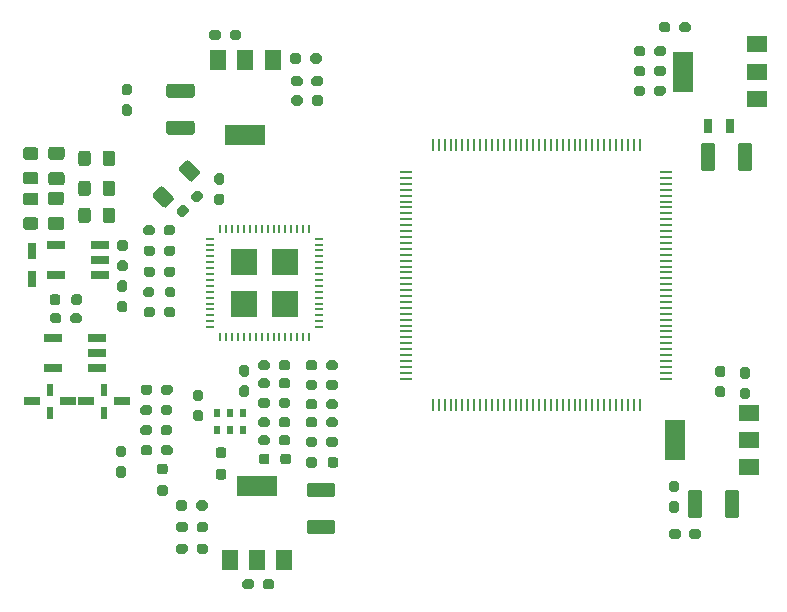
<source format=gtp>
%TF.GenerationSoftware,KiCad,Pcbnew,(5.1.8)-1*%
%TF.CreationDate,2021-04-21T20:08:09+02:00*%
%TF.ProjectId,Radioberry,52616469-6f62-4657-9272-792e6b696361,rev?*%
%TF.SameCoordinates,Original*%
%TF.FileFunction,Paste,Top*%
%TF.FilePolarity,Positive*%
%FSLAX46Y46*%
G04 Gerber Fmt 4.6, Leading zero omitted, Abs format (unit mm)*
G04 Created by KiCad (PCBNEW (5.1.8)-1) date 2021-04-21 20:08:09*
%MOMM*%
%LPD*%
G01*
G04 APERTURE LIST*
%ADD10R,0.800100X1.257300*%
%ADD11R,1.485900X0.800100*%
%ADD12R,0.571500X0.800100*%
%ADD13R,1.371600X0.800100*%
%ADD14R,0.571500X1.028700*%
%ADD15R,0.720000X1.350000*%
%ADD16O,1.080000X0.252000*%
%ADD17O,0.252000X1.080000*%
%ADD18R,2.250000X2.250000*%
%ADD19R,0.720000X0.225000*%
%ADD20R,0.225000X0.720000*%
%ADD21R,1.800000X1.350000*%
%ADD22R,1.800000X3.420000*%
%ADD23R,1.350000X1.800000*%
%ADD24R,3.420000X1.800000*%
G04 APERTURE END LIST*
D10*
%TO.C,R201*%
X151052500Y-86400000D03*
X149147500Y-86400000D03*
%TD*%
D11*
%TO.C,T401*%
X93751400Y-104394000D03*
X93751400Y-106934000D03*
X97409000Y-106934000D03*
X97409000Y-105664000D03*
X97409000Y-104394000D03*
%TD*%
D12*
%TO.C,X400*%
X107619800Y-112191800D03*
X108710600Y-112191800D03*
X109804200Y-112191800D03*
X109804200Y-110693200D03*
X108710600Y-110693200D03*
X107619800Y-110693200D03*
%TD*%
D11*
%TO.C,T402*%
X94005400Y-96520000D03*
X94005400Y-99060000D03*
X97663000Y-99060000D03*
X97663000Y-97790000D03*
X97663000Y-96520000D03*
%TD*%
%TO.C,C419*%
G36*
G01*
X113785250Y-111292250D02*
X113785250Y-111719750D01*
G75*
G02*
X113571500Y-111933500I-213750J0D01*
G01*
X113031500Y-111933500D01*
G75*
G02*
X112817750Y-111719750I0J213750D01*
G01*
X112817750Y-111292250D01*
G75*
G02*
X113031500Y-111078500I213750J0D01*
G01*
X113571500Y-111078500D01*
G75*
G02*
X113785250Y-111292250I0J-213750D01*
G01*
G37*
G36*
G01*
X112060250Y-111292250D02*
X112060250Y-111719750D01*
G75*
G02*
X111846500Y-111933500I-213750J0D01*
G01*
X111306500Y-111933500D01*
G75*
G02*
X111092750Y-111719750I0J213750D01*
G01*
X111092750Y-111292250D01*
G75*
G02*
X111306500Y-111078500I213750J0D01*
G01*
X111846500Y-111078500D01*
G75*
G02*
X112060250Y-111292250I0J-213750D01*
G01*
G37*
%TD*%
%TO.C,L402*%
G36*
G01*
X93506544Y-94094300D02*
X94402656Y-94094300D01*
G75*
G02*
X94640400Y-94332044I0J-237744D01*
G01*
X94640400Y-94999556D01*
G75*
G02*
X94402656Y-95237300I-237744J0D01*
G01*
X93506544Y-95237300D01*
G75*
G02*
X93268800Y-94999556I0J237744D01*
G01*
X93268800Y-94332044D01*
G75*
G02*
X93506544Y-94094300I237744J0D01*
G01*
G37*
G36*
G01*
X93506544Y-91960700D02*
X94402656Y-91960700D01*
G75*
G02*
X94640400Y-92198444I0J-237744D01*
G01*
X94640400Y-92865956D01*
G75*
G02*
X94402656Y-93103700I-237744J0D01*
G01*
X93506544Y-93103700D01*
G75*
G02*
X93268800Y-92865956I0J237744D01*
G01*
X93268800Y-92198444D01*
G75*
G02*
X93506544Y-91960700I237744J0D01*
G01*
G37*
%TD*%
%TO.C,L401*%
G36*
G01*
X93551944Y-90295300D02*
X94448056Y-90295300D01*
G75*
G02*
X94685800Y-90533044I0J-237744D01*
G01*
X94685800Y-91200556D01*
G75*
G02*
X94448056Y-91438300I-237744J0D01*
G01*
X93551944Y-91438300D01*
G75*
G02*
X93314200Y-91200556I0J237744D01*
G01*
X93314200Y-90533044D01*
G75*
G02*
X93551944Y-90295300I237744J0D01*
G01*
G37*
G36*
G01*
X93551944Y-88161700D02*
X94448056Y-88161700D01*
G75*
G02*
X94685800Y-88399444I0J-237744D01*
G01*
X94685800Y-89066956D01*
G75*
G02*
X94448056Y-89304700I-237744J0D01*
G01*
X93551944Y-89304700D01*
G75*
G02*
X93314200Y-89066956I0J237744D01*
G01*
X93314200Y-88399444D01*
G75*
G02*
X93551944Y-88161700I237744J0D01*
G01*
G37*
%TD*%
%TO.C,FB406*%
G36*
G01*
X107699600Y-115450200D02*
X108149600Y-115450200D01*
G75*
G02*
X108374600Y-115675200I0J-225000D01*
G01*
X108374600Y-116125200D01*
G75*
G02*
X108149600Y-116350200I-225000J0D01*
G01*
X107699600Y-116350200D01*
G75*
G02*
X107474600Y-116125200I0J225000D01*
G01*
X107474600Y-115675200D01*
G75*
G02*
X107699600Y-115450200I225000J0D01*
G01*
G37*
G36*
G01*
X107699600Y-113625200D02*
X108149600Y-113625200D01*
G75*
G02*
X108374600Y-113850200I0J-225000D01*
G01*
X108374600Y-114300200D01*
G75*
G02*
X108149600Y-114525200I-225000J0D01*
G01*
X107699600Y-114525200D01*
G75*
G02*
X107474600Y-114300200I0J225000D01*
G01*
X107474600Y-113850200D01*
G75*
G02*
X107699600Y-113625200I225000J0D01*
G01*
G37*
%TD*%
%TO.C,FB405*%
G36*
G01*
X102746600Y-116818000D02*
X103196600Y-116818000D01*
G75*
G02*
X103421600Y-117043000I0J-225000D01*
G01*
X103421600Y-117493000D01*
G75*
G02*
X103196600Y-117718000I-225000J0D01*
G01*
X102746600Y-117718000D01*
G75*
G02*
X102521600Y-117493000I0J225000D01*
G01*
X102521600Y-117043000D01*
G75*
G02*
X102746600Y-116818000I225000J0D01*
G01*
G37*
G36*
G01*
X102746600Y-114993000D02*
X103196600Y-114993000D01*
G75*
G02*
X103421600Y-115218000I0J-225000D01*
G01*
X103421600Y-115668000D01*
G75*
G02*
X103196600Y-115893000I-225000J0D01*
G01*
X102746600Y-115893000D01*
G75*
G02*
X102521600Y-115668000I0J225000D01*
G01*
X102521600Y-115218000D01*
G75*
G02*
X102746600Y-114993000I225000J0D01*
G01*
G37*
%TD*%
%TO.C,FB404*%
G36*
G01*
X112037500Y-114375000D02*
X112037500Y-114825000D01*
G75*
G02*
X111812500Y-115050000I-225000J0D01*
G01*
X111362500Y-115050000D01*
G75*
G02*
X111137500Y-114825000I0J225000D01*
G01*
X111137500Y-114375000D01*
G75*
G02*
X111362500Y-114150000I225000J0D01*
G01*
X111812500Y-114150000D01*
G75*
G02*
X112037500Y-114375000I0J-225000D01*
G01*
G37*
G36*
G01*
X113862500Y-114375000D02*
X113862500Y-114825000D01*
G75*
G02*
X113637500Y-115050000I-225000J0D01*
G01*
X113187500Y-115050000D01*
G75*
G02*
X112962500Y-114825000I0J225000D01*
G01*
X112962500Y-114375000D01*
G75*
G02*
X113187500Y-114150000I225000J0D01*
G01*
X113637500Y-114150000D01*
G75*
G02*
X113862500Y-114375000I0J-225000D01*
G01*
G37*
%TD*%
%TO.C,FB402*%
G36*
G01*
X116962500Y-115125000D02*
X116962500Y-114675000D01*
G75*
G02*
X117187500Y-114450000I225000J0D01*
G01*
X117637500Y-114450000D01*
G75*
G02*
X117862500Y-114675000I0J-225000D01*
G01*
X117862500Y-115125000D01*
G75*
G02*
X117637500Y-115350000I-225000J0D01*
G01*
X117187500Y-115350000D01*
G75*
G02*
X116962500Y-115125000I0J225000D01*
G01*
G37*
G36*
G01*
X115137500Y-115125000D02*
X115137500Y-114675000D01*
G75*
G02*
X115362500Y-114450000I225000J0D01*
G01*
X115812500Y-114450000D01*
G75*
G02*
X116037500Y-114675000I0J-225000D01*
G01*
X116037500Y-115125000D01*
G75*
G02*
X115812500Y-115350000I-225000J0D01*
G01*
X115362500Y-115350000D01*
G75*
G02*
X115137500Y-115125000I0J225000D01*
G01*
G37*
%TD*%
%TO.C,FB401*%
G36*
G01*
X95257200Y-101342400D02*
X95257200Y-100892400D01*
G75*
G02*
X95482200Y-100667400I225000J0D01*
G01*
X95932200Y-100667400D01*
G75*
G02*
X96157200Y-100892400I0J-225000D01*
G01*
X96157200Y-101342400D01*
G75*
G02*
X95932200Y-101567400I-225000J0D01*
G01*
X95482200Y-101567400D01*
G75*
G02*
X95257200Y-101342400I0J225000D01*
G01*
G37*
G36*
G01*
X93432200Y-101342400D02*
X93432200Y-100892400D01*
G75*
G02*
X93657200Y-100667400I225000J0D01*
G01*
X94107200Y-100667400D01*
G75*
G02*
X94332200Y-100892400I0J-225000D01*
G01*
X94332200Y-101342400D01*
G75*
G02*
X94107200Y-101567400I-225000J0D01*
G01*
X93657200Y-101567400D01*
G75*
G02*
X93432200Y-101342400I0J225000D01*
G01*
G37*
%TD*%
D13*
%TO.C,F402*%
X94970600Y-109728000D03*
D14*
X93446662Y-108762800D03*
X93446662Y-110693200D03*
D13*
X91922600Y-109728000D03*
%TD*%
%TO.C,F401*%
X99568000Y-109728000D03*
D14*
X98044062Y-108762800D03*
X98044062Y-110693200D03*
D13*
X96520000Y-109728000D03*
%TD*%
D15*
%TO.C,D401*%
X91892120Y-97012760D03*
X91892120Y-99374960D03*
%TD*%
%TO.C,C408*%
G36*
G01*
X105249646Y-91056072D02*
X104422328Y-90228754D01*
G75*
G02*
X104422328Y-89910558I159098J159098D01*
G01*
X104947358Y-89385528D01*
G75*
G02*
X105265554Y-89385528I159098J-159098D01*
G01*
X106092872Y-90212846D01*
G75*
G02*
X106092872Y-90531042I-159098J-159098D01*
G01*
X105567842Y-91056072D01*
G75*
G02*
X105249646Y-91056072I-159098J159098D01*
G01*
G37*
G36*
G01*
X103039938Y-93265780D02*
X102212620Y-92438462D01*
G75*
G02*
X102212620Y-92120266I159098J159098D01*
G01*
X102737650Y-91595236D01*
G75*
G02*
X103055846Y-91595236I159098J-159098D01*
G01*
X103883164Y-92422554D01*
G75*
G02*
X103883164Y-92740750I-159098J-159098D01*
G01*
X103358134Y-93265780D01*
G75*
G02*
X103039938Y-93265780I-159098J159098D01*
G01*
G37*
%TD*%
%TO.C,C407*%
G36*
G01*
X95842750Y-94407500D02*
X95842750Y-93552500D01*
G75*
G02*
X96067750Y-93327500I225000J0D01*
G01*
X96675250Y-93327500D01*
G75*
G02*
X96900250Y-93552500I0J-225000D01*
G01*
X96900250Y-94407500D01*
G75*
G02*
X96675250Y-94632500I-225000J0D01*
G01*
X96067750Y-94632500D01*
G75*
G02*
X95842750Y-94407500I0J225000D01*
G01*
G37*
G36*
G01*
X97917750Y-94407500D02*
X97917750Y-93552500D01*
G75*
G02*
X98142750Y-93327500I225000J0D01*
G01*
X98750250Y-93327500D01*
G75*
G02*
X98975250Y-93552500I0J-225000D01*
G01*
X98975250Y-94407500D01*
G75*
G02*
X98750250Y-94632500I-225000J0D01*
G01*
X98142750Y-94632500D01*
G75*
G02*
X97917750Y-94407500I0J225000D01*
G01*
G37*
%TD*%
%TO.C,C406*%
G36*
G01*
X92248500Y-95194550D02*
X91393500Y-95194550D01*
G75*
G02*
X91168500Y-94969550I0J225000D01*
G01*
X91168500Y-94362050D01*
G75*
G02*
X91393500Y-94137050I225000J0D01*
G01*
X92248500Y-94137050D01*
G75*
G02*
X92473500Y-94362050I0J-225000D01*
G01*
X92473500Y-94969550D01*
G75*
G02*
X92248500Y-95194550I-225000J0D01*
G01*
G37*
G36*
G01*
X92248500Y-93119550D02*
X91393500Y-93119550D01*
G75*
G02*
X91168500Y-92894550I0J225000D01*
G01*
X91168500Y-92287050D01*
G75*
G02*
X91393500Y-92062050I225000J0D01*
G01*
X92248500Y-92062050D01*
G75*
G02*
X92473500Y-92287050I0J-225000D01*
G01*
X92473500Y-92894550D01*
G75*
G02*
X92248500Y-93119550I-225000J0D01*
G01*
G37*
%TD*%
%TO.C,C405*%
G36*
G01*
X95842750Y-92121500D02*
X95842750Y-91266500D01*
G75*
G02*
X96067750Y-91041500I225000J0D01*
G01*
X96675250Y-91041500D01*
G75*
G02*
X96900250Y-91266500I0J-225000D01*
G01*
X96900250Y-92121500D01*
G75*
G02*
X96675250Y-92346500I-225000J0D01*
G01*
X96067750Y-92346500D01*
G75*
G02*
X95842750Y-92121500I0J225000D01*
G01*
G37*
G36*
G01*
X97917750Y-92121500D02*
X97917750Y-91266500D01*
G75*
G02*
X98142750Y-91041500I225000J0D01*
G01*
X98750250Y-91041500D01*
G75*
G02*
X98975250Y-91266500I0J-225000D01*
G01*
X98975250Y-92121500D01*
G75*
G02*
X98750250Y-92346500I-225000J0D01*
G01*
X98142750Y-92346500D01*
G75*
G02*
X97917750Y-92121500I0J225000D01*
G01*
G37*
%TD*%
%TO.C,C404*%
G36*
G01*
X92248500Y-91355250D02*
X91393500Y-91355250D01*
G75*
G02*
X91168500Y-91130250I0J225000D01*
G01*
X91168500Y-90522750D01*
G75*
G02*
X91393500Y-90297750I225000J0D01*
G01*
X92248500Y-90297750D01*
G75*
G02*
X92473500Y-90522750I0J-225000D01*
G01*
X92473500Y-91130250D01*
G75*
G02*
X92248500Y-91355250I-225000J0D01*
G01*
G37*
G36*
G01*
X92248500Y-89280250D02*
X91393500Y-89280250D01*
G75*
G02*
X91168500Y-89055250I0J225000D01*
G01*
X91168500Y-88447750D01*
G75*
G02*
X91393500Y-88222750I225000J0D01*
G01*
X92248500Y-88222750D01*
G75*
G02*
X92473500Y-88447750I0J-225000D01*
G01*
X92473500Y-89055250D01*
G75*
G02*
X92248500Y-89280250I-225000J0D01*
G01*
G37*
%TD*%
%TO.C,C403*%
G36*
G01*
X95842750Y-89581500D02*
X95842750Y-88726500D01*
G75*
G02*
X96067750Y-88501500I225000J0D01*
G01*
X96675250Y-88501500D01*
G75*
G02*
X96900250Y-88726500I0J-225000D01*
G01*
X96900250Y-89581500D01*
G75*
G02*
X96675250Y-89806500I-225000J0D01*
G01*
X96067750Y-89806500D01*
G75*
G02*
X95842750Y-89581500I0J225000D01*
G01*
G37*
G36*
G01*
X97917750Y-89581500D02*
X97917750Y-88726500D01*
G75*
G02*
X98142750Y-88501500I225000J0D01*
G01*
X98750250Y-88501500D01*
G75*
G02*
X98975250Y-88726500I0J-225000D01*
G01*
X98975250Y-89581500D01*
G75*
G02*
X98750250Y-89806500I-225000J0D01*
G01*
X98142750Y-89806500D01*
G75*
G02*
X97917750Y-89581500I0J225000D01*
G01*
G37*
%TD*%
%TO.C,C220*%
G36*
G01*
X151702150Y-90017002D02*
X151702150Y-88036998D01*
G75*
G02*
X151927148Y-87812000I224998J0D01*
G01*
X152669652Y-87812000D01*
G75*
G02*
X152894650Y-88036998I0J-224998D01*
G01*
X152894650Y-90017002D01*
G75*
G02*
X152669652Y-90242000I-224998J0D01*
G01*
X151927148Y-90242000D01*
G75*
G02*
X151702150Y-90017002I0J224998D01*
G01*
G37*
G36*
G01*
X148577150Y-90017002D02*
X148577150Y-88036998D01*
G75*
G02*
X148802148Y-87812000I224998J0D01*
G01*
X149544652Y-87812000D01*
G75*
G02*
X149769650Y-88036998I0J-224998D01*
G01*
X149769650Y-90017002D01*
G75*
G02*
X149544652Y-90242000I-224998J0D01*
G01*
X148802148Y-90242000D01*
G75*
G02*
X148577150Y-90017002I0J224998D01*
G01*
G37*
%TD*%
%TO.C,C215*%
G36*
G01*
X105490002Y-84033750D02*
X103509998Y-84033750D01*
G75*
G02*
X103285000Y-83808752I0J224998D01*
G01*
X103285000Y-83066248D01*
G75*
G02*
X103509998Y-82841250I224998J0D01*
G01*
X105490002Y-82841250D01*
G75*
G02*
X105715000Y-83066248I0J-224998D01*
G01*
X105715000Y-83808752D01*
G75*
G02*
X105490002Y-84033750I-224998J0D01*
G01*
G37*
G36*
G01*
X105490002Y-87158750D02*
X103509998Y-87158750D01*
G75*
G02*
X103285000Y-86933752I0J224998D01*
G01*
X103285000Y-86191248D01*
G75*
G02*
X103509998Y-85966250I224998J0D01*
G01*
X105490002Y-85966250D01*
G75*
G02*
X105715000Y-86191248I0J-224998D01*
G01*
X105715000Y-86933752D01*
G75*
G02*
X105490002Y-87158750I-224998J0D01*
G01*
G37*
%TD*%
%TO.C,C214*%
G36*
G01*
X115409998Y-119766250D02*
X117390002Y-119766250D01*
G75*
G02*
X117615000Y-119991248I0J-224998D01*
G01*
X117615000Y-120733752D01*
G75*
G02*
X117390002Y-120958750I-224998J0D01*
G01*
X115409998Y-120958750D01*
G75*
G02*
X115185000Y-120733752I0J224998D01*
G01*
X115185000Y-119991248D01*
G75*
G02*
X115409998Y-119766250I224998J0D01*
G01*
G37*
G36*
G01*
X115409998Y-116641250D02*
X117390002Y-116641250D01*
G75*
G02*
X117615000Y-116866248I0J-224998D01*
G01*
X117615000Y-117608752D01*
G75*
G02*
X117390002Y-117833750I-224998J0D01*
G01*
X115409998Y-117833750D01*
G75*
G02*
X115185000Y-117608752I0J224998D01*
G01*
X115185000Y-116866248D01*
G75*
G02*
X115409998Y-116641250I224998J0D01*
G01*
G37*
%TD*%
%TO.C,C213*%
G36*
G01*
X150597650Y-119404802D02*
X150597650Y-117424798D01*
G75*
G02*
X150822648Y-117199800I224998J0D01*
G01*
X151565152Y-117199800D01*
G75*
G02*
X151790150Y-117424798I0J-224998D01*
G01*
X151790150Y-119404802D01*
G75*
G02*
X151565152Y-119629800I-224998J0D01*
G01*
X150822648Y-119629800D01*
G75*
G02*
X150597650Y-119404802I0J224998D01*
G01*
G37*
G36*
G01*
X147472650Y-119404802D02*
X147472650Y-117424798D01*
G75*
G02*
X147697648Y-117199800I224998J0D01*
G01*
X148440152Y-117199800D01*
G75*
G02*
X148665150Y-117424798I0J-224998D01*
G01*
X148665150Y-119404802D01*
G75*
G02*
X148440152Y-119629800I-224998J0D01*
G01*
X147697648Y-119629800D01*
G75*
G02*
X147472650Y-119404802I0J224998D01*
G01*
G37*
%TD*%
%TO.C,C217*%
G36*
G01*
X145593950Y-79872450D02*
X145593950Y-80299950D01*
G75*
G02*
X145380200Y-80513700I-213750J0D01*
G01*
X144840200Y-80513700D01*
G75*
G02*
X144626450Y-80299950I0J213750D01*
G01*
X144626450Y-79872450D01*
G75*
G02*
X144840200Y-79658700I213750J0D01*
G01*
X145380200Y-79658700D01*
G75*
G02*
X145593950Y-79872450I0J-213750D01*
G01*
G37*
G36*
G01*
X143868950Y-79872450D02*
X143868950Y-80299950D01*
G75*
G02*
X143655200Y-80513700I-213750J0D01*
G01*
X143115200Y-80513700D01*
G75*
G02*
X142901450Y-80299950I0J213750D01*
G01*
X142901450Y-79872450D01*
G75*
G02*
X143115200Y-79658700I213750J0D01*
G01*
X143655200Y-79658700D01*
G75*
G02*
X143868950Y-79872450I0J-213750D01*
G01*
G37*
%TD*%
%TO.C,C211*%
G36*
G01*
X104138850Y-122413150D02*
X104138850Y-121985650D01*
G75*
G02*
X104352600Y-121771900I213750J0D01*
G01*
X104892600Y-121771900D01*
G75*
G02*
X105106350Y-121985650I0J-213750D01*
G01*
X105106350Y-122413150D01*
G75*
G02*
X104892600Y-122626900I-213750J0D01*
G01*
X104352600Y-122626900D01*
G75*
G02*
X104138850Y-122413150I0J213750D01*
G01*
G37*
G36*
G01*
X105863850Y-122413150D02*
X105863850Y-121985650D01*
G75*
G02*
X106077600Y-121771900I213750J0D01*
G01*
X106617600Y-121771900D01*
G75*
G02*
X106831350Y-121985650I0J-213750D01*
G01*
X106831350Y-122413150D01*
G75*
G02*
X106617600Y-122626900I-213750J0D01*
G01*
X106077600Y-122626900D01*
G75*
G02*
X105863850Y-122413150I0J213750D01*
G01*
G37*
%TD*%
%TO.C,R403*%
G36*
G01*
X104070750Y-100268650D02*
X104070750Y-100696150D01*
G75*
G02*
X103857000Y-100909900I-213750J0D01*
G01*
X103407000Y-100909900D01*
G75*
G02*
X103193250Y-100696150I0J213750D01*
G01*
X103193250Y-100268650D01*
G75*
G02*
X103407000Y-100054900I213750J0D01*
G01*
X103857000Y-100054900D01*
G75*
G02*
X104070750Y-100268650I0J-213750D01*
G01*
G37*
G36*
G01*
X102245750Y-100268650D02*
X102245750Y-100696150D01*
G75*
G02*
X102032000Y-100909900I-213750J0D01*
G01*
X101582000Y-100909900D01*
G75*
G02*
X101368250Y-100696150I0J213750D01*
G01*
X101368250Y-100268650D01*
G75*
G02*
X101582000Y-100054900I213750J0D01*
G01*
X102032000Y-100054900D01*
G75*
G02*
X102245750Y-100268650I0J-213750D01*
G01*
G37*
%TD*%
%TO.C,C438*%
G36*
G01*
X109686250Y-106653750D02*
X110113750Y-106653750D01*
G75*
G02*
X110327500Y-106867500I0J-213750D01*
G01*
X110327500Y-107407500D01*
G75*
G02*
X110113750Y-107621250I-213750J0D01*
G01*
X109686250Y-107621250D01*
G75*
G02*
X109472500Y-107407500I0J213750D01*
G01*
X109472500Y-106867500D01*
G75*
G02*
X109686250Y-106653750I213750J0D01*
G01*
G37*
G36*
G01*
X109686250Y-108378750D02*
X110113750Y-108378750D01*
G75*
G02*
X110327500Y-108592500I0J-213750D01*
G01*
X110327500Y-109132500D01*
G75*
G02*
X110113750Y-109346250I-213750J0D01*
G01*
X109686250Y-109346250D01*
G75*
G02*
X109472500Y-109132500I0J213750D01*
G01*
X109472500Y-108592500D01*
G75*
G02*
X109686250Y-108378750I213750J0D01*
G01*
G37*
%TD*%
%TO.C,C437*%
G36*
G01*
X105780450Y-108737350D02*
X106207950Y-108737350D01*
G75*
G02*
X106421700Y-108951100I0J-213750D01*
G01*
X106421700Y-109491100D01*
G75*
G02*
X106207950Y-109704850I-213750J0D01*
G01*
X105780450Y-109704850D01*
G75*
G02*
X105566700Y-109491100I0J213750D01*
G01*
X105566700Y-108951100D01*
G75*
G02*
X105780450Y-108737350I213750J0D01*
G01*
G37*
G36*
G01*
X105780450Y-110462350D02*
X106207950Y-110462350D01*
G75*
G02*
X106421700Y-110676100I0J-213750D01*
G01*
X106421700Y-111216100D01*
G75*
G02*
X106207950Y-111429850I-213750J0D01*
G01*
X105780450Y-111429850D01*
G75*
G02*
X105566700Y-111216100I0J213750D01*
G01*
X105566700Y-110676100D01*
G75*
G02*
X105780450Y-110462350I213750J0D01*
G01*
G37*
%TD*%
%TO.C,C436*%
G36*
G01*
X103834150Y-113654450D02*
X103834150Y-114081950D01*
G75*
G02*
X103620400Y-114295700I-213750J0D01*
G01*
X103080400Y-114295700D01*
G75*
G02*
X102866650Y-114081950I0J213750D01*
G01*
X102866650Y-113654450D01*
G75*
G02*
X103080400Y-113440700I213750J0D01*
G01*
X103620400Y-113440700D01*
G75*
G02*
X103834150Y-113654450I0J-213750D01*
G01*
G37*
G36*
G01*
X102109150Y-113654450D02*
X102109150Y-114081950D01*
G75*
G02*
X101895400Y-114295700I-213750J0D01*
G01*
X101355400Y-114295700D01*
G75*
G02*
X101141650Y-114081950I0J213750D01*
G01*
X101141650Y-113654450D01*
G75*
G02*
X101355400Y-113440700I213750J0D01*
G01*
X101895400Y-113440700D01*
G75*
G02*
X102109150Y-113654450I0J-213750D01*
G01*
G37*
%TD*%
%TO.C,C435*%
G36*
G01*
X113785250Y-112816250D02*
X113785250Y-113243750D01*
G75*
G02*
X113571500Y-113457500I-213750J0D01*
G01*
X113031500Y-113457500D01*
G75*
G02*
X112817750Y-113243750I0J213750D01*
G01*
X112817750Y-112816250D01*
G75*
G02*
X113031500Y-112602500I213750J0D01*
G01*
X113571500Y-112602500D01*
G75*
G02*
X113785250Y-112816250I0J-213750D01*
G01*
G37*
G36*
G01*
X112060250Y-112816250D02*
X112060250Y-113243750D01*
G75*
G02*
X111846500Y-113457500I-213750J0D01*
G01*
X111306500Y-113457500D01*
G75*
G02*
X111092750Y-113243750I0J213750D01*
G01*
X111092750Y-112816250D01*
G75*
G02*
X111306500Y-112602500I213750J0D01*
G01*
X111846500Y-112602500D01*
G75*
G02*
X112060250Y-112816250I0J-213750D01*
G01*
G37*
%TD*%
%TO.C,C433*%
G36*
G01*
X115112750Y-113370750D02*
X115112750Y-112943250D01*
G75*
G02*
X115326500Y-112729500I213750J0D01*
G01*
X115866500Y-112729500D01*
G75*
G02*
X116080250Y-112943250I0J-213750D01*
G01*
X116080250Y-113370750D01*
G75*
G02*
X115866500Y-113584500I-213750J0D01*
G01*
X115326500Y-113584500D01*
G75*
G02*
X115112750Y-113370750I0J213750D01*
G01*
G37*
G36*
G01*
X116837750Y-113370750D02*
X116837750Y-112943250D01*
G75*
G02*
X117051500Y-112729500I213750J0D01*
G01*
X117591500Y-112729500D01*
G75*
G02*
X117805250Y-112943250I0J-213750D01*
G01*
X117805250Y-113370750D01*
G75*
G02*
X117591500Y-113584500I-213750J0D01*
G01*
X117051500Y-113584500D01*
G75*
G02*
X116837750Y-113370750I0J213750D01*
G01*
G37*
%TD*%
%TO.C,C432*%
G36*
G01*
X103796250Y-111952650D02*
X103796250Y-112380150D01*
G75*
G02*
X103582500Y-112593900I-213750J0D01*
G01*
X103042500Y-112593900D01*
G75*
G02*
X102828750Y-112380150I0J213750D01*
G01*
X102828750Y-111952650D01*
G75*
G02*
X103042500Y-111738900I213750J0D01*
G01*
X103582500Y-111738900D01*
G75*
G02*
X103796250Y-111952650I0J-213750D01*
G01*
G37*
G36*
G01*
X102071250Y-111952650D02*
X102071250Y-112380150D01*
G75*
G02*
X101857500Y-112593900I-213750J0D01*
G01*
X101317500Y-112593900D01*
G75*
G02*
X101103750Y-112380150I0J213750D01*
G01*
X101103750Y-111952650D01*
G75*
G02*
X101317500Y-111738900I213750J0D01*
G01*
X101857500Y-111738900D01*
G75*
G02*
X102071250Y-111952650I0J-213750D01*
G01*
G37*
%TD*%
%TO.C,C431*%
G36*
G01*
X113785250Y-106466250D02*
X113785250Y-106893750D01*
G75*
G02*
X113571500Y-107107500I-213750J0D01*
G01*
X113031500Y-107107500D01*
G75*
G02*
X112817750Y-106893750I0J213750D01*
G01*
X112817750Y-106466250D01*
G75*
G02*
X113031500Y-106252500I213750J0D01*
G01*
X113571500Y-106252500D01*
G75*
G02*
X113785250Y-106466250I0J-213750D01*
G01*
G37*
G36*
G01*
X112060250Y-106466250D02*
X112060250Y-106893750D01*
G75*
G02*
X111846500Y-107107500I-213750J0D01*
G01*
X111306500Y-107107500D01*
G75*
G02*
X111092750Y-106893750I0J213750D01*
G01*
X111092750Y-106466250D01*
G75*
G02*
X111306500Y-106252500I213750J0D01*
G01*
X111846500Y-106252500D01*
G75*
G02*
X112060250Y-106466250I0J-213750D01*
G01*
G37*
%TD*%
%TO.C,C429*%
G36*
G01*
X115112750Y-111719750D02*
X115112750Y-111292250D01*
G75*
G02*
X115326500Y-111078500I213750J0D01*
G01*
X115866500Y-111078500D01*
G75*
G02*
X116080250Y-111292250I0J-213750D01*
G01*
X116080250Y-111719750D01*
G75*
G02*
X115866500Y-111933500I-213750J0D01*
G01*
X115326500Y-111933500D01*
G75*
G02*
X115112750Y-111719750I0J213750D01*
G01*
G37*
G36*
G01*
X116837750Y-111719750D02*
X116837750Y-111292250D01*
G75*
G02*
X117051500Y-111078500I213750J0D01*
G01*
X117591500Y-111078500D01*
G75*
G02*
X117805250Y-111292250I0J-213750D01*
G01*
X117805250Y-111719750D01*
G75*
G02*
X117591500Y-111933500I-213750J0D01*
G01*
X117051500Y-111933500D01*
G75*
G02*
X116837750Y-111719750I0J213750D01*
G01*
G37*
%TD*%
%TO.C,C428*%
G36*
G01*
X99781750Y-102183150D02*
X99354250Y-102183150D01*
G75*
G02*
X99140500Y-101969400I0J213750D01*
G01*
X99140500Y-101429400D01*
G75*
G02*
X99354250Y-101215650I213750J0D01*
G01*
X99781750Y-101215650D01*
G75*
G02*
X99995500Y-101429400I0J-213750D01*
G01*
X99995500Y-101969400D01*
G75*
G02*
X99781750Y-102183150I-213750J0D01*
G01*
G37*
G36*
G01*
X99781750Y-100458150D02*
X99354250Y-100458150D01*
G75*
G02*
X99140500Y-100244400I0J213750D01*
G01*
X99140500Y-99704400D01*
G75*
G02*
X99354250Y-99490650I213750J0D01*
G01*
X99781750Y-99490650D01*
G75*
G02*
X99995500Y-99704400I0J-213750D01*
G01*
X99995500Y-100244400D01*
G75*
G02*
X99781750Y-100458150I-213750J0D01*
G01*
G37*
%TD*%
%TO.C,C427*%
G36*
G01*
X113785250Y-107990250D02*
X113785250Y-108417750D01*
G75*
G02*
X113571500Y-108631500I-213750J0D01*
G01*
X113031500Y-108631500D01*
G75*
G02*
X112817750Y-108417750I0J213750D01*
G01*
X112817750Y-107990250D01*
G75*
G02*
X113031500Y-107776500I213750J0D01*
G01*
X113571500Y-107776500D01*
G75*
G02*
X113785250Y-107990250I0J-213750D01*
G01*
G37*
G36*
G01*
X112060250Y-107990250D02*
X112060250Y-108417750D01*
G75*
G02*
X111846500Y-108631500I-213750J0D01*
G01*
X111306500Y-108631500D01*
G75*
G02*
X111092750Y-108417750I0J213750D01*
G01*
X111092750Y-107990250D01*
G75*
G02*
X111306500Y-107776500I213750J0D01*
G01*
X111846500Y-107776500D01*
G75*
G02*
X112060250Y-107990250I0J-213750D01*
G01*
G37*
%TD*%
%TO.C,C425*%
G36*
G01*
X115112750Y-110195750D02*
X115112750Y-109768250D01*
G75*
G02*
X115326500Y-109554500I213750J0D01*
G01*
X115866500Y-109554500D01*
G75*
G02*
X116080250Y-109768250I0J-213750D01*
G01*
X116080250Y-110195750D01*
G75*
G02*
X115866500Y-110409500I-213750J0D01*
G01*
X115326500Y-110409500D01*
G75*
G02*
X115112750Y-110195750I0J213750D01*
G01*
G37*
G36*
G01*
X116837750Y-110195750D02*
X116837750Y-109768250D01*
G75*
G02*
X117051500Y-109554500I213750J0D01*
G01*
X117591500Y-109554500D01*
G75*
G02*
X117805250Y-109768250I0J-213750D01*
G01*
X117805250Y-110195750D01*
G75*
G02*
X117591500Y-110409500I-213750J0D01*
G01*
X117051500Y-110409500D01*
G75*
G02*
X116837750Y-110195750I0J213750D01*
G01*
G37*
%TD*%
%TO.C,C424*%
G36*
G01*
X103809850Y-110250850D02*
X103809850Y-110678350D01*
G75*
G02*
X103596100Y-110892100I-213750J0D01*
G01*
X103056100Y-110892100D01*
G75*
G02*
X102842350Y-110678350I0J213750D01*
G01*
X102842350Y-110250850D01*
G75*
G02*
X103056100Y-110037100I213750J0D01*
G01*
X103596100Y-110037100D01*
G75*
G02*
X103809850Y-110250850I0J-213750D01*
G01*
G37*
G36*
G01*
X102084850Y-110250850D02*
X102084850Y-110678350D01*
G75*
G02*
X101871100Y-110892100I-213750J0D01*
G01*
X101331100Y-110892100D01*
G75*
G02*
X101117350Y-110678350I0J213750D01*
G01*
X101117350Y-110250850D01*
G75*
G02*
X101331100Y-110037100I213750J0D01*
G01*
X101871100Y-110037100D01*
G75*
G02*
X102084850Y-110250850I0J-213750D01*
G01*
G37*
%TD*%
%TO.C,C423*%
G36*
G01*
X113785250Y-109641250D02*
X113785250Y-110068750D01*
G75*
G02*
X113571500Y-110282500I-213750J0D01*
G01*
X113031500Y-110282500D01*
G75*
G02*
X112817750Y-110068750I0J213750D01*
G01*
X112817750Y-109641250D01*
G75*
G02*
X113031500Y-109427500I213750J0D01*
G01*
X113571500Y-109427500D01*
G75*
G02*
X113785250Y-109641250I0J-213750D01*
G01*
G37*
G36*
G01*
X112060250Y-109641250D02*
X112060250Y-110068750D01*
G75*
G02*
X111846500Y-110282500I-213750J0D01*
G01*
X111306500Y-110282500D01*
G75*
G02*
X111092750Y-110068750I0J213750D01*
G01*
X111092750Y-109641250D01*
G75*
G02*
X111306500Y-109427500I213750J0D01*
G01*
X111846500Y-109427500D01*
G75*
G02*
X112060250Y-109641250I0J-213750D01*
G01*
G37*
%TD*%
%TO.C,C421*%
G36*
G01*
X115112750Y-108544750D02*
X115112750Y-108117250D01*
G75*
G02*
X115326500Y-107903500I213750J0D01*
G01*
X115866500Y-107903500D01*
G75*
G02*
X116080250Y-108117250I0J-213750D01*
G01*
X116080250Y-108544750D01*
G75*
G02*
X115866500Y-108758500I-213750J0D01*
G01*
X115326500Y-108758500D01*
G75*
G02*
X115112750Y-108544750I0J213750D01*
G01*
G37*
G36*
G01*
X116837750Y-108544750D02*
X116837750Y-108117250D01*
G75*
G02*
X117051500Y-107903500I213750J0D01*
G01*
X117591500Y-107903500D01*
G75*
G02*
X117805250Y-108117250I0J-213750D01*
G01*
X117805250Y-108544750D01*
G75*
G02*
X117591500Y-108758500I-213750J0D01*
G01*
X117051500Y-108758500D01*
G75*
G02*
X116837750Y-108544750I0J213750D01*
G01*
G37*
%TD*%
%TO.C,C420*%
G36*
G01*
X103836350Y-108523650D02*
X103836350Y-108951150D01*
G75*
G02*
X103622600Y-109164900I-213750J0D01*
G01*
X103082600Y-109164900D01*
G75*
G02*
X102868850Y-108951150I0J213750D01*
G01*
X102868850Y-108523650D01*
G75*
G02*
X103082600Y-108309900I213750J0D01*
G01*
X103622600Y-108309900D01*
G75*
G02*
X103836350Y-108523650I0J-213750D01*
G01*
G37*
G36*
G01*
X102111350Y-108523650D02*
X102111350Y-108951150D01*
G75*
G02*
X101897600Y-109164900I-213750J0D01*
G01*
X101357600Y-109164900D01*
G75*
G02*
X101143850Y-108951150I0J213750D01*
G01*
X101143850Y-108523650D01*
G75*
G02*
X101357600Y-108309900I213750J0D01*
G01*
X101897600Y-108309900D01*
G75*
G02*
X102111350Y-108523650I0J-213750D01*
G01*
G37*
%TD*%
%TO.C,C417*%
G36*
G01*
X115112750Y-106893750D02*
X115112750Y-106466250D01*
G75*
G02*
X115326500Y-106252500I213750J0D01*
G01*
X115866500Y-106252500D01*
G75*
G02*
X116080250Y-106466250I0J-213750D01*
G01*
X116080250Y-106893750D01*
G75*
G02*
X115866500Y-107107500I-213750J0D01*
G01*
X115326500Y-107107500D01*
G75*
G02*
X115112750Y-106893750I0J213750D01*
G01*
G37*
G36*
G01*
X116837750Y-106893750D02*
X116837750Y-106466250D01*
G75*
G02*
X117051500Y-106252500I213750J0D01*
G01*
X117591500Y-106252500D01*
G75*
G02*
X117805250Y-106466250I0J-213750D01*
G01*
X117805250Y-106893750D01*
G75*
G02*
X117591500Y-107107500I-213750J0D01*
G01*
X117051500Y-107107500D01*
G75*
G02*
X116837750Y-106893750I0J213750D01*
G01*
G37*
%TD*%
%TO.C,C416*%
G36*
G01*
X104064950Y-96763450D02*
X104064950Y-97190950D01*
G75*
G02*
X103851200Y-97404700I-213750J0D01*
G01*
X103311200Y-97404700D01*
G75*
G02*
X103097450Y-97190950I0J213750D01*
G01*
X103097450Y-96763450D01*
G75*
G02*
X103311200Y-96549700I213750J0D01*
G01*
X103851200Y-96549700D01*
G75*
G02*
X104064950Y-96763450I0J-213750D01*
G01*
G37*
G36*
G01*
X102339950Y-96763450D02*
X102339950Y-97190950D01*
G75*
G02*
X102126200Y-97404700I-213750J0D01*
G01*
X101586200Y-97404700D01*
G75*
G02*
X101372450Y-97190950I0J213750D01*
G01*
X101372450Y-96763450D01*
G75*
G02*
X101586200Y-96549700I213750J0D01*
G01*
X102126200Y-96549700D01*
G75*
G02*
X102339950Y-96763450I0J-213750D01*
G01*
G37*
%TD*%
%TO.C,C415*%
G36*
G01*
X104064950Y-98541450D02*
X104064950Y-98968950D01*
G75*
G02*
X103851200Y-99182700I-213750J0D01*
G01*
X103311200Y-99182700D01*
G75*
G02*
X103097450Y-98968950I0J213750D01*
G01*
X103097450Y-98541450D01*
G75*
G02*
X103311200Y-98327700I213750J0D01*
G01*
X103851200Y-98327700D01*
G75*
G02*
X104064950Y-98541450I0J-213750D01*
G01*
G37*
G36*
G01*
X102339950Y-98541450D02*
X102339950Y-98968950D01*
G75*
G02*
X102126200Y-99182700I-213750J0D01*
G01*
X101586200Y-99182700D01*
G75*
G02*
X101372450Y-98968950I0J213750D01*
G01*
X101372450Y-98541450D01*
G75*
G02*
X101586200Y-98327700I213750J0D01*
G01*
X102126200Y-98327700D01*
G75*
G02*
X102339950Y-98541450I0J-213750D01*
G01*
G37*
%TD*%
%TO.C,C414*%
G36*
G01*
X96146250Y-102486250D02*
X96146250Y-102913750D01*
G75*
G02*
X95932500Y-103127500I-213750J0D01*
G01*
X95392500Y-103127500D01*
G75*
G02*
X95178750Y-102913750I0J213750D01*
G01*
X95178750Y-102486250D01*
G75*
G02*
X95392500Y-102272500I213750J0D01*
G01*
X95932500Y-102272500D01*
G75*
G02*
X96146250Y-102486250I0J-213750D01*
G01*
G37*
G36*
G01*
X94421250Y-102486250D02*
X94421250Y-102913750D01*
G75*
G02*
X94207500Y-103127500I-213750J0D01*
G01*
X93667500Y-103127500D01*
G75*
G02*
X93453750Y-102913750I0J213750D01*
G01*
X93453750Y-102486250D01*
G75*
G02*
X93667500Y-102272500I213750J0D01*
G01*
X94207500Y-102272500D01*
G75*
G02*
X94421250Y-102486250I0J-213750D01*
G01*
G37*
%TD*%
%TO.C,C413*%
G36*
G01*
X99807150Y-98728750D02*
X99379650Y-98728750D01*
G75*
G02*
X99165900Y-98515000I0J213750D01*
G01*
X99165900Y-97975000D01*
G75*
G02*
X99379650Y-97761250I213750J0D01*
G01*
X99807150Y-97761250D01*
G75*
G02*
X100020900Y-97975000I0J-213750D01*
G01*
X100020900Y-98515000D01*
G75*
G02*
X99807150Y-98728750I-213750J0D01*
G01*
G37*
G36*
G01*
X99807150Y-97003750D02*
X99379650Y-97003750D01*
G75*
G02*
X99165900Y-96790000I0J213750D01*
G01*
X99165900Y-96250000D01*
G75*
G02*
X99379650Y-96036250I213750J0D01*
G01*
X99807150Y-96036250D01*
G75*
G02*
X100020900Y-96250000I0J-213750D01*
G01*
X100020900Y-96790000D01*
G75*
G02*
X99807150Y-97003750I-213750J0D01*
G01*
G37*
%TD*%
%TO.C,C412*%
G36*
G01*
X101345950Y-95463750D02*
X101345950Y-95036250D01*
G75*
G02*
X101559700Y-94822500I213750J0D01*
G01*
X102099700Y-94822500D01*
G75*
G02*
X102313450Y-95036250I0J-213750D01*
G01*
X102313450Y-95463750D01*
G75*
G02*
X102099700Y-95677500I-213750J0D01*
G01*
X101559700Y-95677500D01*
G75*
G02*
X101345950Y-95463750I0J213750D01*
G01*
G37*
G36*
G01*
X103070950Y-95463750D02*
X103070950Y-95036250D01*
G75*
G02*
X103284700Y-94822500I213750J0D01*
G01*
X103824700Y-94822500D01*
G75*
G02*
X104038450Y-95036250I0J-213750D01*
G01*
X104038450Y-95463750D01*
G75*
G02*
X103824700Y-95677500I-213750J0D01*
G01*
X103284700Y-95677500D01*
G75*
G02*
X103070950Y-95463750I0J213750D01*
G01*
G37*
%TD*%
%TO.C,C411*%
G36*
G01*
X107576250Y-90413750D02*
X108003750Y-90413750D01*
G75*
G02*
X108217500Y-90627500I0J-213750D01*
G01*
X108217500Y-91167500D01*
G75*
G02*
X108003750Y-91381250I-213750J0D01*
G01*
X107576250Y-91381250D01*
G75*
G02*
X107362500Y-91167500I0J213750D01*
G01*
X107362500Y-90627500D01*
G75*
G02*
X107576250Y-90413750I213750J0D01*
G01*
G37*
G36*
G01*
X107576250Y-92138750D02*
X108003750Y-92138750D01*
G75*
G02*
X108217500Y-92352500I0J-213750D01*
G01*
X108217500Y-92892500D01*
G75*
G02*
X108003750Y-93106250I-213750J0D01*
G01*
X107576250Y-93106250D01*
G75*
G02*
X107362500Y-92892500I0J213750D01*
G01*
X107362500Y-92352500D01*
G75*
G02*
X107576250Y-92138750I213750J0D01*
G01*
G37*
%TD*%
%TO.C,C410*%
G36*
G01*
X104507881Y-94092207D02*
X104205593Y-93789919D01*
G75*
G02*
X104205593Y-93487631I151144J151144D01*
G01*
X104587431Y-93105793D01*
G75*
G02*
X104889719Y-93105793I151144J-151144D01*
G01*
X105192007Y-93408081D01*
G75*
G02*
X105192007Y-93710369I-151144J-151144D01*
G01*
X104810169Y-94092207D01*
G75*
G02*
X104507881Y-94092207I-151144J151144D01*
G01*
G37*
G36*
G01*
X105727641Y-92872447D02*
X105425353Y-92570159D01*
G75*
G02*
X105425353Y-92267871I151144J151144D01*
G01*
X105807191Y-91886033D01*
G75*
G02*
X106109479Y-91886033I151144J-151144D01*
G01*
X106411767Y-92188321D01*
G75*
G02*
X106411767Y-92490609I-151144J-151144D01*
G01*
X106029929Y-92872447D01*
G75*
G02*
X105727641Y-92872447I-151144J151144D01*
G01*
G37*
%TD*%
%TO.C,C409*%
G36*
G01*
X101372450Y-102397950D02*
X101372450Y-101970450D01*
G75*
G02*
X101586200Y-101756700I213750J0D01*
G01*
X102126200Y-101756700D01*
G75*
G02*
X102339950Y-101970450I0J-213750D01*
G01*
X102339950Y-102397950D01*
G75*
G02*
X102126200Y-102611700I-213750J0D01*
G01*
X101586200Y-102611700D01*
G75*
G02*
X101372450Y-102397950I0J213750D01*
G01*
G37*
G36*
G01*
X103097450Y-102397950D02*
X103097450Y-101970450D01*
G75*
G02*
X103311200Y-101756700I213750J0D01*
G01*
X103851200Y-101756700D01*
G75*
G02*
X104064950Y-101970450I0J-213750D01*
G01*
X104064950Y-102397950D01*
G75*
G02*
X103851200Y-102611700I-213750J0D01*
G01*
X103311200Y-102611700D01*
G75*
G02*
X103097450Y-102397950I0J213750D01*
G01*
G37*
%TD*%
%TO.C,C402*%
G36*
G01*
X99252650Y-113488250D02*
X99680150Y-113488250D01*
G75*
G02*
X99893900Y-113702000I0J-213750D01*
G01*
X99893900Y-114242000D01*
G75*
G02*
X99680150Y-114455750I-213750J0D01*
G01*
X99252650Y-114455750D01*
G75*
G02*
X99038900Y-114242000I0J213750D01*
G01*
X99038900Y-113702000D01*
G75*
G02*
X99252650Y-113488250I213750J0D01*
G01*
G37*
G36*
G01*
X99252650Y-115213250D02*
X99680150Y-115213250D01*
G75*
G02*
X99893900Y-115427000I0J-213750D01*
G01*
X99893900Y-115967000D01*
G75*
G02*
X99680150Y-116180750I-213750J0D01*
G01*
X99252650Y-116180750D01*
G75*
G02*
X99038900Y-115967000I0J213750D01*
G01*
X99038900Y-115427000D01*
G75*
G02*
X99252650Y-115213250I213750J0D01*
G01*
G37*
%TD*%
%TO.C,C401*%
G36*
G01*
X100162750Y-85547250D02*
X99735250Y-85547250D01*
G75*
G02*
X99521500Y-85333500I0J213750D01*
G01*
X99521500Y-84793500D01*
G75*
G02*
X99735250Y-84579750I213750J0D01*
G01*
X100162750Y-84579750D01*
G75*
G02*
X100376500Y-84793500I0J-213750D01*
G01*
X100376500Y-85333500D01*
G75*
G02*
X100162750Y-85547250I-213750J0D01*
G01*
G37*
G36*
G01*
X100162750Y-83822250D02*
X99735250Y-83822250D01*
G75*
G02*
X99521500Y-83608500I0J213750D01*
G01*
X99521500Y-83068500D01*
G75*
G02*
X99735250Y-82854750I213750J0D01*
G01*
X100162750Y-82854750D01*
G75*
G02*
X100376500Y-83068500I0J-213750D01*
G01*
X100376500Y-83608500D01*
G75*
G02*
X100162750Y-83822250I-213750J0D01*
G01*
G37*
%TD*%
%TO.C,C219*%
G36*
G01*
X145593950Y-81548850D02*
X145593950Y-81976350D01*
G75*
G02*
X145380200Y-82190100I-213750J0D01*
G01*
X144840200Y-82190100D01*
G75*
G02*
X144626450Y-81976350I0J213750D01*
G01*
X144626450Y-81548850D01*
G75*
G02*
X144840200Y-81335100I213750J0D01*
G01*
X145380200Y-81335100D01*
G75*
G02*
X145593950Y-81548850I0J-213750D01*
G01*
G37*
G36*
G01*
X143868950Y-81548850D02*
X143868950Y-81976350D01*
G75*
G02*
X143655200Y-82190100I-213750J0D01*
G01*
X143115200Y-82190100D01*
G75*
G02*
X142901450Y-81976350I0J213750D01*
G01*
X142901450Y-81548850D01*
G75*
G02*
X143115200Y-81335100I213750J0D01*
G01*
X143655200Y-81335100D01*
G75*
G02*
X143868950Y-81548850I0J-213750D01*
G01*
G37*
%TD*%
%TO.C,C218*%
G36*
G01*
X145568550Y-83225250D02*
X145568550Y-83652750D01*
G75*
G02*
X145354800Y-83866500I-213750J0D01*
G01*
X144814800Y-83866500D01*
G75*
G02*
X144601050Y-83652750I0J213750D01*
G01*
X144601050Y-83225250D01*
G75*
G02*
X144814800Y-83011500I213750J0D01*
G01*
X145354800Y-83011500D01*
G75*
G02*
X145568550Y-83225250I0J-213750D01*
G01*
G37*
G36*
G01*
X143843550Y-83225250D02*
X143843550Y-83652750D01*
G75*
G02*
X143629800Y-83866500I-213750J0D01*
G01*
X143089800Y-83866500D01*
G75*
G02*
X142876050Y-83652750I0J213750D01*
G01*
X142876050Y-83225250D01*
G75*
G02*
X143089800Y-83011500I213750J0D01*
G01*
X143629800Y-83011500D01*
G75*
G02*
X143843550Y-83225250I0J-213750D01*
G01*
G37*
%TD*%
%TO.C,C216*%
G36*
G01*
X147702150Y-77840450D02*
X147702150Y-78267950D01*
G75*
G02*
X147488400Y-78481700I-213750J0D01*
G01*
X146948400Y-78481700D01*
G75*
G02*
X146734650Y-78267950I0J213750D01*
G01*
X146734650Y-77840450D01*
G75*
G02*
X146948400Y-77626700I213750J0D01*
G01*
X147488400Y-77626700D01*
G75*
G02*
X147702150Y-77840450I0J-213750D01*
G01*
G37*
G36*
G01*
X145977150Y-77840450D02*
X145977150Y-78267950D01*
G75*
G02*
X145763400Y-78481700I-213750J0D01*
G01*
X145223400Y-78481700D01*
G75*
G02*
X145009650Y-78267950I0J213750D01*
G01*
X145009650Y-77840450D01*
G75*
G02*
X145223400Y-77626700I213750J0D01*
G01*
X145763400Y-77626700D01*
G75*
G02*
X145977150Y-77840450I0J-213750D01*
G01*
G37*
%TD*%
%TO.C,C212*%
G36*
G01*
X116559550Y-82412450D02*
X116559550Y-82839950D01*
G75*
G02*
X116345800Y-83053700I-213750J0D01*
G01*
X115805800Y-83053700D01*
G75*
G02*
X115592050Y-82839950I0J213750D01*
G01*
X115592050Y-82412450D01*
G75*
G02*
X115805800Y-82198700I213750J0D01*
G01*
X116345800Y-82198700D01*
G75*
G02*
X116559550Y-82412450I0J-213750D01*
G01*
G37*
G36*
G01*
X114834550Y-82412450D02*
X114834550Y-82839950D01*
G75*
G02*
X114620800Y-83053700I-213750J0D01*
G01*
X114080800Y-83053700D01*
G75*
G02*
X113867050Y-82839950I0J213750D01*
G01*
X113867050Y-82412450D01*
G75*
G02*
X114080800Y-82198700I213750J0D01*
G01*
X114620800Y-82198700D01*
G75*
G02*
X114834550Y-82412450I0J-213750D01*
G01*
G37*
%TD*%
%TO.C,C210*%
G36*
G01*
X146086250Y-116453750D02*
X146513750Y-116453750D01*
G75*
G02*
X146727500Y-116667500I0J-213750D01*
G01*
X146727500Y-117207500D01*
G75*
G02*
X146513750Y-117421250I-213750J0D01*
G01*
X146086250Y-117421250D01*
G75*
G02*
X145872500Y-117207500I0J213750D01*
G01*
X145872500Y-116667500D01*
G75*
G02*
X146086250Y-116453750I213750J0D01*
G01*
G37*
G36*
G01*
X146086250Y-118178750D02*
X146513750Y-118178750D01*
G75*
G02*
X146727500Y-118392500I0J-213750D01*
G01*
X146727500Y-118932500D01*
G75*
G02*
X146513750Y-119146250I-213750J0D01*
G01*
X146086250Y-119146250D01*
G75*
G02*
X145872500Y-118932500I0J213750D01*
G01*
X145872500Y-118392500D01*
G75*
G02*
X146086250Y-118178750I213750J0D01*
G01*
G37*
%TD*%
%TO.C,C209*%
G36*
G01*
X116446250Y-80486250D02*
X116446250Y-80913750D01*
G75*
G02*
X116232500Y-81127500I-213750J0D01*
G01*
X115692500Y-81127500D01*
G75*
G02*
X115478750Y-80913750I0J213750D01*
G01*
X115478750Y-80486250D01*
G75*
G02*
X115692500Y-80272500I213750J0D01*
G01*
X116232500Y-80272500D01*
G75*
G02*
X116446250Y-80486250I0J-213750D01*
G01*
G37*
G36*
G01*
X114721250Y-80486250D02*
X114721250Y-80913750D01*
G75*
G02*
X114507500Y-81127500I-213750J0D01*
G01*
X113967500Y-81127500D01*
G75*
G02*
X113753750Y-80913750I0J213750D01*
G01*
X113753750Y-80486250D01*
G75*
G02*
X113967500Y-80272500I213750J0D01*
G01*
X114507500Y-80272500D01*
G75*
G02*
X114721250Y-80486250I0J-213750D01*
G01*
G37*
%TD*%
%TO.C,C208*%
G36*
G01*
X104138850Y-120584350D02*
X104138850Y-120156850D01*
G75*
G02*
X104352600Y-119943100I213750J0D01*
G01*
X104892600Y-119943100D01*
G75*
G02*
X105106350Y-120156850I0J-213750D01*
G01*
X105106350Y-120584350D01*
G75*
G02*
X104892600Y-120798100I-213750J0D01*
G01*
X104352600Y-120798100D01*
G75*
G02*
X104138850Y-120584350I0J213750D01*
G01*
G37*
G36*
G01*
X105863850Y-120584350D02*
X105863850Y-120156850D01*
G75*
G02*
X106077600Y-119943100I213750J0D01*
G01*
X106617600Y-119943100D01*
G75*
G02*
X106831350Y-120156850I0J-213750D01*
G01*
X106831350Y-120584350D01*
G75*
G02*
X106617600Y-120798100I-213750J0D01*
G01*
X106077600Y-120798100D01*
G75*
G02*
X105863850Y-120584350I0J213750D01*
G01*
G37*
%TD*%
%TO.C,C207*%
G36*
G01*
X150429350Y-109396750D02*
X150001850Y-109396750D01*
G75*
G02*
X149788100Y-109183000I0J213750D01*
G01*
X149788100Y-108643000D01*
G75*
G02*
X150001850Y-108429250I213750J0D01*
G01*
X150429350Y-108429250D01*
G75*
G02*
X150643100Y-108643000I0J-213750D01*
G01*
X150643100Y-109183000D01*
G75*
G02*
X150429350Y-109396750I-213750J0D01*
G01*
G37*
G36*
G01*
X150429350Y-107671750D02*
X150001850Y-107671750D01*
G75*
G02*
X149788100Y-107458000I0J213750D01*
G01*
X149788100Y-106918000D01*
G75*
G02*
X150001850Y-106704250I213750J0D01*
G01*
X150429350Y-106704250D01*
G75*
G02*
X150643100Y-106918000I0J-213750D01*
G01*
X150643100Y-107458000D01*
G75*
G02*
X150429350Y-107671750I-213750J0D01*
G01*
G37*
%TD*%
%TO.C,C206*%
G36*
G01*
X116584950Y-84038050D02*
X116584950Y-84465550D01*
G75*
G02*
X116371200Y-84679300I-213750J0D01*
G01*
X115831200Y-84679300D01*
G75*
G02*
X115617450Y-84465550I0J213750D01*
G01*
X115617450Y-84038050D01*
G75*
G02*
X115831200Y-83824300I213750J0D01*
G01*
X116371200Y-83824300D01*
G75*
G02*
X116584950Y-84038050I0J-213750D01*
G01*
G37*
G36*
G01*
X114859950Y-84038050D02*
X114859950Y-84465550D01*
G75*
G02*
X114646200Y-84679300I-213750J0D01*
G01*
X114106200Y-84679300D01*
G75*
G02*
X113892450Y-84465550I0J213750D01*
G01*
X113892450Y-84038050D01*
G75*
G02*
X114106200Y-83824300I213750J0D01*
G01*
X114646200Y-83824300D01*
G75*
G02*
X114859950Y-84038050I0J-213750D01*
G01*
G37*
%TD*%
%TO.C,C205*%
G36*
G01*
X104113450Y-118755550D02*
X104113450Y-118328050D01*
G75*
G02*
X104327200Y-118114300I213750J0D01*
G01*
X104867200Y-118114300D01*
G75*
G02*
X105080950Y-118328050I0J-213750D01*
G01*
X105080950Y-118755550D01*
G75*
G02*
X104867200Y-118969300I-213750J0D01*
G01*
X104327200Y-118969300D01*
G75*
G02*
X104113450Y-118755550I0J213750D01*
G01*
G37*
G36*
G01*
X105838450Y-118755550D02*
X105838450Y-118328050D01*
G75*
G02*
X106052200Y-118114300I213750J0D01*
G01*
X106592200Y-118114300D01*
G75*
G02*
X106805950Y-118328050I0J-213750D01*
G01*
X106805950Y-118755550D01*
G75*
G02*
X106592200Y-118969300I-213750J0D01*
G01*
X106052200Y-118969300D01*
G75*
G02*
X105838450Y-118755550I0J213750D01*
G01*
G37*
%TD*%
%TO.C,C204*%
G36*
G01*
X148565750Y-120741050D02*
X148565750Y-121168550D01*
G75*
G02*
X148352000Y-121382300I-213750J0D01*
G01*
X147812000Y-121382300D01*
G75*
G02*
X147598250Y-121168550I0J213750D01*
G01*
X147598250Y-120741050D01*
G75*
G02*
X147812000Y-120527300I213750J0D01*
G01*
X148352000Y-120527300D01*
G75*
G02*
X148565750Y-120741050I0J-213750D01*
G01*
G37*
G36*
G01*
X146840750Y-120741050D02*
X146840750Y-121168550D01*
G75*
G02*
X146627000Y-121382300I-213750J0D01*
G01*
X146087000Y-121382300D01*
G75*
G02*
X145873250Y-121168550I0J213750D01*
G01*
X145873250Y-120741050D01*
G75*
G02*
X146087000Y-120527300I213750J0D01*
G01*
X146627000Y-120527300D01*
G75*
G02*
X146840750Y-120741050I0J-213750D01*
G01*
G37*
%TD*%
%TO.C,C203*%
G36*
G01*
X106953750Y-78913750D02*
X106953750Y-78486250D01*
G75*
G02*
X107167500Y-78272500I213750J0D01*
G01*
X107707500Y-78272500D01*
G75*
G02*
X107921250Y-78486250I0J-213750D01*
G01*
X107921250Y-78913750D01*
G75*
G02*
X107707500Y-79127500I-213750J0D01*
G01*
X107167500Y-79127500D01*
G75*
G02*
X106953750Y-78913750I0J213750D01*
G01*
G37*
G36*
G01*
X108678750Y-78913750D02*
X108678750Y-78486250D01*
G75*
G02*
X108892500Y-78272500I213750J0D01*
G01*
X109432500Y-78272500D01*
G75*
G02*
X109646250Y-78486250I0J-213750D01*
G01*
X109646250Y-78913750D01*
G75*
G02*
X109432500Y-79127500I-213750J0D01*
G01*
X108892500Y-79127500D01*
G75*
G02*
X108678750Y-78913750I0J213750D01*
G01*
G37*
%TD*%
%TO.C,C202*%
G36*
G01*
X112445850Y-125008250D02*
X112445850Y-125435750D01*
G75*
G02*
X112232100Y-125649500I-213750J0D01*
G01*
X111692100Y-125649500D01*
G75*
G02*
X111478350Y-125435750I0J213750D01*
G01*
X111478350Y-125008250D01*
G75*
G02*
X111692100Y-124794500I213750J0D01*
G01*
X112232100Y-124794500D01*
G75*
G02*
X112445850Y-125008250I0J-213750D01*
G01*
G37*
G36*
G01*
X110720850Y-125008250D02*
X110720850Y-125435750D01*
G75*
G02*
X110507100Y-125649500I-213750J0D01*
G01*
X109967100Y-125649500D01*
G75*
G02*
X109753350Y-125435750I0J213750D01*
G01*
X109753350Y-125008250D01*
G75*
G02*
X109967100Y-124794500I213750J0D01*
G01*
X110507100Y-124794500D01*
G75*
G02*
X110720850Y-125008250I0J-213750D01*
G01*
G37*
%TD*%
%TO.C,C201*%
G36*
G01*
X152513750Y-109546250D02*
X152086250Y-109546250D01*
G75*
G02*
X151872500Y-109332500I0J213750D01*
G01*
X151872500Y-108792500D01*
G75*
G02*
X152086250Y-108578750I213750J0D01*
G01*
X152513750Y-108578750D01*
G75*
G02*
X152727500Y-108792500I0J-213750D01*
G01*
X152727500Y-109332500D01*
G75*
G02*
X152513750Y-109546250I-213750J0D01*
G01*
G37*
G36*
G01*
X152513750Y-107821250D02*
X152086250Y-107821250D01*
G75*
G02*
X151872500Y-107607500I0J213750D01*
G01*
X151872500Y-107067500D01*
G75*
G02*
X152086250Y-106853750I213750J0D01*
G01*
X152513750Y-106853750D01*
G75*
G02*
X152727500Y-107067500I0J-213750D01*
G01*
X152727500Y-107607500D01*
G75*
G02*
X152513750Y-107821250I-213750J0D01*
G01*
G37*
%TD*%
D16*
%TO.C,U1*%
X145620000Y-107810000D03*
X145620000Y-107310000D03*
X145620000Y-106810000D03*
X145620000Y-106310000D03*
X145620000Y-105810000D03*
X145620000Y-105310000D03*
X145620000Y-104810000D03*
X145620000Y-104310000D03*
X145620000Y-103810000D03*
X145620000Y-103310000D03*
X145620000Y-102810000D03*
X145620000Y-102310000D03*
X145620000Y-101810000D03*
X145620000Y-101310000D03*
X145620000Y-100810000D03*
X145620000Y-100310000D03*
X145620000Y-99810000D03*
X145620000Y-99310000D03*
X145620000Y-98810000D03*
X145620000Y-98310000D03*
X145620000Y-97810000D03*
X145620000Y-97310000D03*
X145620000Y-96810000D03*
X145620000Y-96310000D03*
X145620000Y-95810000D03*
X145620000Y-95310000D03*
X145620000Y-94810000D03*
X145620000Y-94310000D03*
X145620000Y-93810000D03*
X145620000Y-93310000D03*
X145620000Y-92810000D03*
X145620000Y-92310000D03*
X145620000Y-91810000D03*
X145620000Y-91310000D03*
X145620000Y-90810000D03*
X145620000Y-90310000D03*
D17*
X143370000Y-88060000D03*
X142870000Y-88060000D03*
X142370000Y-88060000D03*
X141870000Y-88060000D03*
X141370000Y-88060000D03*
X140870000Y-88060000D03*
X140370000Y-88060000D03*
X139870000Y-88060000D03*
X139370000Y-88060000D03*
X138870000Y-88060000D03*
X138370000Y-88060000D03*
X137870000Y-88060000D03*
X137370000Y-88060000D03*
X136870000Y-88060000D03*
X136370000Y-88060000D03*
X135870000Y-88060000D03*
X135370000Y-88060000D03*
X134870000Y-88060000D03*
X134370000Y-88060000D03*
X133870000Y-88060000D03*
X133370000Y-88060000D03*
X132870000Y-88060000D03*
X132370000Y-88060000D03*
X131870000Y-88060000D03*
X131370000Y-88060000D03*
X130870000Y-88060000D03*
X130370000Y-88060000D03*
X129870000Y-88060000D03*
X129370000Y-88060000D03*
X128870000Y-88060000D03*
X128370000Y-88060000D03*
X127870000Y-88060000D03*
X127370000Y-88060000D03*
X126870000Y-88060000D03*
X126370000Y-88060000D03*
X125870000Y-88060000D03*
D16*
X123620000Y-90310000D03*
X123620000Y-90810000D03*
X123620000Y-91310000D03*
X123620000Y-91810000D03*
X123620000Y-92310000D03*
X123620000Y-92810000D03*
X123620000Y-93310000D03*
X123620000Y-93810000D03*
X123620000Y-94310000D03*
X123620000Y-94810000D03*
X123620000Y-95310000D03*
X123620000Y-95810000D03*
X123620000Y-96310000D03*
X123620000Y-96810000D03*
X123620000Y-97310000D03*
X123620000Y-97810000D03*
X123620000Y-98310000D03*
X123620000Y-98810000D03*
X123620000Y-99310000D03*
X123620000Y-99810000D03*
X123620000Y-100310000D03*
X123620000Y-100810000D03*
X123620000Y-101310000D03*
X123620000Y-101810000D03*
X123620000Y-102310000D03*
X123620000Y-102810000D03*
X123620000Y-103310000D03*
X123620000Y-103810000D03*
X123620000Y-104310000D03*
X123620000Y-104810000D03*
X123620000Y-105310000D03*
X123620000Y-105810000D03*
X123620000Y-106310000D03*
X123620000Y-106810000D03*
X123620000Y-107310000D03*
X123620000Y-107810000D03*
D17*
X125870000Y-110060000D03*
X126370000Y-110060000D03*
X126870000Y-110060000D03*
X127370000Y-110060000D03*
X127870000Y-110060000D03*
X128370000Y-110060000D03*
X128870000Y-110060000D03*
X129370000Y-110060000D03*
X129870000Y-110060000D03*
X130370000Y-110060000D03*
X130870000Y-110060000D03*
X131370000Y-110060000D03*
X131870000Y-110060000D03*
X132370000Y-110060000D03*
X132870000Y-110060000D03*
X133370000Y-110060000D03*
X133870000Y-110060000D03*
X134370000Y-110060000D03*
X134870000Y-110060000D03*
X135370000Y-110060000D03*
X135870000Y-110060000D03*
X136370000Y-110060000D03*
X136870000Y-110060000D03*
X137370000Y-110060000D03*
X137870000Y-110060000D03*
X138370000Y-110060000D03*
X138870000Y-110060000D03*
X139370000Y-110060000D03*
X139870000Y-110060000D03*
X140370000Y-110060000D03*
X140870000Y-110060000D03*
X141370000Y-110060000D03*
X141870000Y-110060000D03*
X142370000Y-110060000D03*
X142870000Y-110060000D03*
X143370000Y-110060000D03*
%TD*%
D18*
%TO.C,IC401*%
X109883000Y-101445000D03*
X109883000Y-97945000D03*
X113383000Y-97945000D03*
D19*
X116233000Y-103445000D03*
X116233000Y-102945000D03*
X116233000Y-102445000D03*
X116233000Y-101945000D03*
X116233000Y-101445000D03*
X116233000Y-100945000D03*
X116233000Y-100445000D03*
X116233000Y-99945000D03*
X116233000Y-99445000D03*
X116233000Y-98945000D03*
X116233000Y-98445000D03*
X116233000Y-97945000D03*
X116233000Y-97445000D03*
X116233000Y-96945000D03*
X116233000Y-96445000D03*
X116233000Y-95945000D03*
D20*
X115383000Y-95095000D03*
X114883000Y-95095000D03*
X114383000Y-95095000D03*
X113883000Y-95095000D03*
X113383000Y-95095000D03*
X112883000Y-95095000D03*
X112383000Y-95095000D03*
X111883000Y-95095000D03*
X111383000Y-95095000D03*
X110883000Y-95095000D03*
X110383000Y-95095000D03*
X109883000Y-95095000D03*
X109383000Y-95095000D03*
X108883000Y-95095000D03*
X108383000Y-95095000D03*
X107883000Y-95095000D03*
D19*
X107033000Y-95945000D03*
X107033000Y-96445000D03*
X107033000Y-96945000D03*
X107033000Y-97445000D03*
X107033000Y-97945000D03*
X107033000Y-98445000D03*
X107033000Y-98945000D03*
X107033000Y-99445000D03*
X107033000Y-99945000D03*
X107033000Y-100445000D03*
X107033000Y-100945000D03*
X107033000Y-101445000D03*
X107033000Y-101945000D03*
X107033000Y-102445000D03*
X107033000Y-102945000D03*
X107033000Y-103445000D03*
D20*
X107883000Y-104295000D03*
X108383000Y-104295000D03*
X108883000Y-104295000D03*
X109383000Y-104295000D03*
X109883000Y-104295000D03*
X110383000Y-104295000D03*
X110883000Y-104295000D03*
X111383000Y-104295000D03*
X111883000Y-104295000D03*
X112383000Y-104295000D03*
X112883000Y-104295000D03*
X113383000Y-104295000D03*
X113883000Y-104295000D03*
X114383000Y-104295000D03*
X114883000Y-104295000D03*
X115383000Y-104295000D03*
D18*
X113383000Y-101445000D03*
%TD*%
D21*
%TO.C,IC201*%
X152650063Y-115300063D03*
X152650063Y-113000063D03*
X152650063Y-110700062D03*
D22*
X146350062Y-113000063D03*
%TD*%
D23*
%TO.C,IC202*%
X108699937Y-123150063D03*
X110999937Y-123150063D03*
X113299938Y-123150063D03*
D24*
X110999937Y-116850062D03*
%TD*%
D23*
%TO.C,IC203*%
X112300063Y-80849937D03*
X110000063Y-80849937D03*
X107700062Y-80849937D03*
D24*
X110000063Y-87149938D03*
%TD*%
D21*
%TO.C,IC204*%
X153350063Y-84100063D03*
X153350063Y-81800063D03*
X153350063Y-79500062D03*
D22*
X147050062Y-81800063D03*
%TD*%
M02*

</source>
